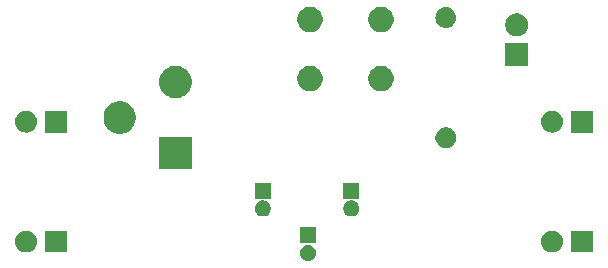
<source format=gbs>
G04 #@! TF.GenerationSoftware,KiCad,Pcbnew,(5.1.4)-1*
G04 #@! TF.CreationDate,2020-03-26T20:17:56-03:00*
G04 #@! TF.ProjectId,Protoboard-power,50726f74-6f62-46f6-9172-642d706f7765,rev?*
G04 #@! TF.SameCoordinates,Original*
G04 #@! TF.FileFunction,Soldermask,Bot*
G04 #@! TF.FilePolarity,Negative*
%FSLAX46Y46*%
G04 Gerber Fmt 4.6, Leading zero omitted, Abs format (unit mm)*
G04 Created by KiCad (PCBNEW (5.1.4)-1) date 2020-03-26 20:17:56*
%MOMM*%
%LPD*%
G04 APERTURE LIST*
%ADD10C,0.100000*%
G04 APERTURE END LIST*
D10*
G36*
X127022241Y-89624786D02*
G01*
X127145301Y-89675759D01*
X127256054Y-89749762D01*
X127350238Y-89843946D01*
X127424241Y-89954699D01*
X127475214Y-90077759D01*
X127501200Y-90208400D01*
X127501200Y-90341600D01*
X127475214Y-90472241D01*
X127424241Y-90595301D01*
X127350238Y-90706054D01*
X127256054Y-90800238D01*
X127145301Y-90874241D01*
X127022241Y-90925214D01*
X126891600Y-90951200D01*
X126758400Y-90951200D01*
X126627759Y-90925214D01*
X126504699Y-90874241D01*
X126393946Y-90800238D01*
X126299762Y-90706054D01*
X126225759Y-90595301D01*
X126174786Y-90472241D01*
X126148800Y-90341600D01*
X126148800Y-90208400D01*
X126174786Y-90077759D01*
X126225759Y-89954699D01*
X126299762Y-89843946D01*
X126393946Y-89749762D01*
X126504699Y-89675759D01*
X126627759Y-89624786D01*
X126758400Y-89598800D01*
X126891600Y-89598800D01*
X127022241Y-89624786D01*
X127022241Y-89624786D01*
G37*
G36*
X147691563Y-88387201D02*
G01*
X147691566Y-88387202D01*
X147691567Y-88387202D01*
X147732501Y-88399619D01*
X147866155Y-88440162D01*
X147946607Y-88483165D01*
X148027059Y-88526167D01*
X148027061Y-88526168D01*
X148027060Y-88526168D01*
X148168091Y-88641909D01*
X148283832Y-88782940D01*
X148369838Y-88943845D01*
X148422799Y-89118437D01*
X148440682Y-89300000D01*
X148422799Y-89481563D01*
X148369838Y-89656155D01*
X148369837Y-89656156D01*
X148283833Y-89817059D01*
X148168091Y-89958091D01*
X148027059Y-90073833D01*
X147946608Y-90116835D01*
X147866155Y-90159838D01*
X147732501Y-90200381D01*
X147691567Y-90212798D01*
X147691566Y-90212798D01*
X147691563Y-90212799D01*
X147555501Y-90226200D01*
X147464499Y-90226200D01*
X147328437Y-90212799D01*
X147328434Y-90212798D01*
X147328433Y-90212798D01*
X147287499Y-90200381D01*
X147153845Y-90159838D01*
X147073393Y-90116835D01*
X146992941Y-90073833D01*
X146851909Y-89958091D01*
X146736167Y-89817059D01*
X146650163Y-89656156D01*
X146650162Y-89656155D01*
X146597201Y-89481563D01*
X146579318Y-89300000D01*
X146597201Y-89118437D01*
X146650162Y-88943845D01*
X146736168Y-88782940D01*
X146851909Y-88641909D01*
X146992940Y-88526168D01*
X146992939Y-88526168D01*
X146992941Y-88526167D01*
X147073393Y-88483165D01*
X147153845Y-88440162D01*
X147287499Y-88399619D01*
X147328433Y-88387202D01*
X147328434Y-88387202D01*
X147328437Y-88387201D01*
X147464499Y-88373800D01*
X147555501Y-88373800D01*
X147691563Y-88387201D01*
X147691563Y-88387201D01*
G37*
G36*
X103141563Y-88387201D02*
G01*
X103141566Y-88387202D01*
X103141567Y-88387202D01*
X103182501Y-88399619D01*
X103316155Y-88440162D01*
X103396607Y-88483165D01*
X103477059Y-88526167D01*
X103477061Y-88526168D01*
X103477060Y-88526168D01*
X103618091Y-88641909D01*
X103733832Y-88782940D01*
X103819838Y-88943845D01*
X103872799Y-89118437D01*
X103890682Y-89300000D01*
X103872799Y-89481563D01*
X103819838Y-89656155D01*
X103819837Y-89656156D01*
X103733833Y-89817059D01*
X103618091Y-89958091D01*
X103477059Y-90073833D01*
X103396608Y-90116835D01*
X103316155Y-90159838D01*
X103182501Y-90200381D01*
X103141567Y-90212798D01*
X103141566Y-90212798D01*
X103141563Y-90212799D01*
X103005501Y-90226200D01*
X102914499Y-90226200D01*
X102778437Y-90212799D01*
X102778434Y-90212798D01*
X102778433Y-90212798D01*
X102737499Y-90200381D01*
X102603845Y-90159838D01*
X102523393Y-90116835D01*
X102442941Y-90073833D01*
X102301909Y-89958091D01*
X102186167Y-89817059D01*
X102100163Y-89656156D01*
X102100162Y-89656155D01*
X102047201Y-89481563D01*
X102029318Y-89300000D01*
X102047201Y-89118437D01*
X102100162Y-88943845D01*
X102186168Y-88782940D01*
X102301909Y-88641909D01*
X102442940Y-88526168D01*
X102442939Y-88526168D01*
X102442941Y-88526167D01*
X102523393Y-88483165D01*
X102603845Y-88440162D01*
X102737499Y-88399619D01*
X102778433Y-88387202D01*
X102778434Y-88387202D01*
X102778437Y-88387201D01*
X102914499Y-88373800D01*
X103005501Y-88373800D01*
X103141563Y-88387201D01*
X103141563Y-88387201D01*
G37*
G36*
X106426200Y-90226200D02*
G01*
X104573800Y-90226200D01*
X104573800Y-88373800D01*
X106426200Y-88373800D01*
X106426200Y-90226200D01*
X106426200Y-90226200D01*
G37*
G36*
X150976200Y-90226200D02*
G01*
X149123800Y-90226200D01*
X149123800Y-88373800D01*
X150976200Y-88373800D01*
X150976200Y-90226200D01*
X150976200Y-90226200D01*
G37*
G36*
X127501200Y-89451200D02*
G01*
X126148800Y-89451200D01*
X126148800Y-88098800D01*
X127501200Y-88098800D01*
X127501200Y-89451200D01*
X127501200Y-89451200D01*
G37*
G36*
X130697241Y-85849786D02*
G01*
X130820301Y-85900759D01*
X130931054Y-85974762D01*
X131025238Y-86068946D01*
X131099241Y-86179699D01*
X131150214Y-86302759D01*
X131176200Y-86433400D01*
X131176200Y-86566600D01*
X131150214Y-86697241D01*
X131099241Y-86820301D01*
X131025238Y-86931054D01*
X130931054Y-87025238D01*
X130820301Y-87099241D01*
X130697241Y-87150214D01*
X130566600Y-87176200D01*
X130433400Y-87176200D01*
X130302759Y-87150214D01*
X130179699Y-87099241D01*
X130068946Y-87025238D01*
X129974762Y-86931054D01*
X129900759Y-86820301D01*
X129849786Y-86697241D01*
X129823800Y-86566600D01*
X129823800Y-86433400D01*
X129849786Y-86302759D01*
X129900759Y-86179699D01*
X129974762Y-86068946D01*
X130068946Y-85974762D01*
X130179699Y-85900759D01*
X130302759Y-85849786D01*
X130433400Y-85823800D01*
X130566600Y-85823800D01*
X130697241Y-85849786D01*
X130697241Y-85849786D01*
G37*
G36*
X123197241Y-85849786D02*
G01*
X123320301Y-85900759D01*
X123431054Y-85974762D01*
X123525238Y-86068946D01*
X123599241Y-86179699D01*
X123650214Y-86302759D01*
X123676200Y-86433400D01*
X123676200Y-86566600D01*
X123650214Y-86697241D01*
X123599241Y-86820301D01*
X123525238Y-86931054D01*
X123431054Y-87025238D01*
X123320301Y-87099241D01*
X123197241Y-87150214D01*
X123066600Y-87176200D01*
X122933400Y-87176200D01*
X122802759Y-87150214D01*
X122679699Y-87099241D01*
X122568946Y-87025238D01*
X122474762Y-86931054D01*
X122400759Y-86820301D01*
X122349786Y-86697241D01*
X122323800Y-86566600D01*
X122323800Y-86433400D01*
X122349786Y-86302759D01*
X122400759Y-86179699D01*
X122474762Y-86068946D01*
X122568946Y-85974762D01*
X122679699Y-85900759D01*
X122802759Y-85849786D01*
X122933400Y-85823800D01*
X123066600Y-85823800D01*
X123197241Y-85849786D01*
X123197241Y-85849786D01*
G37*
G36*
X123676200Y-85676200D02*
G01*
X122323800Y-85676200D01*
X122323800Y-84323800D01*
X123676200Y-84323800D01*
X123676200Y-85676200D01*
X123676200Y-85676200D01*
G37*
G36*
X131176200Y-85676200D02*
G01*
X129823800Y-85676200D01*
X129823800Y-84323800D01*
X131176200Y-84323800D01*
X131176200Y-85676200D01*
X131176200Y-85676200D01*
G37*
G36*
X116976200Y-83176200D02*
G01*
X114223800Y-83176200D01*
X114223800Y-80423800D01*
X116976200Y-80423800D01*
X116976200Y-83176200D01*
X116976200Y-83176200D01*
G37*
G36*
X138755578Y-79657471D02*
G01*
X138915037Y-79723521D01*
X139058545Y-79819411D01*
X139180589Y-79941455D01*
X139276479Y-80084963D01*
X139342529Y-80244422D01*
X139376200Y-80413702D01*
X139376200Y-80586298D01*
X139342529Y-80755578D01*
X139276479Y-80915037D01*
X139180589Y-81058545D01*
X139058545Y-81180589D01*
X138915037Y-81276479D01*
X138755578Y-81342529D01*
X138586298Y-81376200D01*
X138413702Y-81376200D01*
X138244422Y-81342529D01*
X138084963Y-81276479D01*
X137941455Y-81180589D01*
X137819411Y-81058545D01*
X137723521Y-80915037D01*
X137657471Y-80755578D01*
X137623800Y-80586298D01*
X137623800Y-80413702D01*
X137657471Y-80244422D01*
X137723521Y-80084963D01*
X137819411Y-79941455D01*
X137941455Y-79819411D01*
X138084963Y-79723521D01*
X138244422Y-79657471D01*
X138413702Y-79623800D01*
X138586298Y-79623800D01*
X138755578Y-79657471D01*
X138755578Y-79657471D01*
G37*
G36*
X111301423Y-77476686D02*
G01*
X111551876Y-77580427D01*
X111777278Y-77731036D01*
X111968964Y-77922722D01*
X112119573Y-78148124D01*
X112223314Y-78398577D01*
X112276200Y-78664456D01*
X112276200Y-78935544D01*
X112223314Y-79201423D01*
X112119573Y-79451876D01*
X111968964Y-79677278D01*
X111777278Y-79868964D01*
X111551876Y-80019573D01*
X111394003Y-80084966D01*
X111301423Y-80123314D01*
X111035544Y-80176200D01*
X110764456Y-80176200D01*
X110498577Y-80123314D01*
X110405997Y-80084966D01*
X110248124Y-80019573D01*
X110022722Y-79868964D01*
X109831036Y-79677278D01*
X109680427Y-79451876D01*
X109576686Y-79201423D01*
X109523800Y-78935544D01*
X109523800Y-78664456D01*
X109576686Y-78398577D01*
X109680427Y-78148124D01*
X109831036Y-77922722D01*
X110022722Y-77731036D01*
X110248124Y-77580427D01*
X110498577Y-77476686D01*
X110764456Y-77423800D01*
X111035544Y-77423800D01*
X111301423Y-77476686D01*
X111301423Y-77476686D01*
G37*
G36*
X147691563Y-78237201D02*
G01*
X147691566Y-78237202D01*
X147691567Y-78237202D01*
X147732501Y-78249619D01*
X147866155Y-78290162D01*
X147946607Y-78333165D01*
X148027059Y-78376167D01*
X148168091Y-78491909D01*
X148283832Y-78632940D01*
X148369838Y-78793845D01*
X148422799Y-78968437D01*
X148440682Y-79150000D01*
X148422799Y-79331563D01*
X148369838Y-79506155D01*
X148369837Y-79506156D01*
X148283833Y-79667059D01*
X148168091Y-79808091D01*
X148027059Y-79923833D01*
X147994090Y-79941455D01*
X147866155Y-80009838D01*
X147732501Y-80050381D01*
X147691567Y-80062798D01*
X147691566Y-80062798D01*
X147691563Y-80062799D01*
X147555501Y-80076200D01*
X147464499Y-80076200D01*
X147328437Y-80062799D01*
X147328434Y-80062798D01*
X147328433Y-80062798D01*
X147287499Y-80050381D01*
X147153845Y-80009838D01*
X147025910Y-79941455D01*
X146992941Y-79923833D01*
X146851909Y-79808091D01*
X146736167Y-79667059D01*
X146650163Y-79506156D01*
X146650162Y-79506155D01*
X146597201Y-79331563D01*
X146579318Y-79150000D01*
X146597201Y-78968437D01*
X146650162Y-78793845D01*
X146736168Y-78632940D01*
X146851909Y-78491909D01*
X146992941Y-78376167D01*
X147073393Y-78333165D01*
X147153845Y-78290162D01*
X147287499Y-78249619D01*
X147328433Y-78237202D01*
X147328434Y-78237202D01*
X147328437Y-78237201D01*
X147464499Y-78223800D01*
X147555501Y-78223800D01*
X147691563Y-78237201D01*
X147691563Y-78237201D01*
G37*
G36*
X103141563Y-78237201D02*
G01*
X103141566Y-78237202D01*
X103141567Y-78237202D01*
X103182501Y-78249619D01*
X103316155Y-78290162D01*
X103396607Y-78333165D01*
X103477059Y-78376167D01*
X103618091Y-78491909D01*
X103733832Y-78632940D01*
X103819838Y-78793845D01*
X103872799Y-78968437D01*
X103890682Y-79150000D01*
X103872799Y-79331563D01*
X103819838Y-79506155D01*
X103819837Y-79506156D01*
X103733833Y-79667059D01*
X103618091Y-79808091D01*
X103477059Y-79923833D01*
X103444090Y-79941455D01*
X103316155Y-80009838D01*
X103182501Y-80050381D01*
X103141567Y-80062798D01*
X103141566Y-80062798D01*
X103141563Y-80062799D01*
X103005501Y-80076200D01*
X102914499Y-80076200D01*
X102778437Y-80062799D01*
X102778434Y-80062798D01*
X102778433Y-80062798D01*
X102737499Y-80050381D01*
X102603845Y-80009838D01*
X102475910Y-79941455D01*
X102442941Y-79923833D01*
X102301909Y-79808091D01*
X102186167Y-79667059D01*
X102100163Y-79506156D01*
X102100162Y-79506155D01*
X102047201Y-79331563D01*
X102029318Y-79150000D01*
X102047201Y-78968437D01*
X102100162Y-78793845D01*
X102186168Y-78632940D01*
X102301909Y-78491909D01*
X102442941Y-78376167D01*
X102523393Y-78333165D01*
X102603845Y-78290162D01*
X102737499Y-78249619D01*
X102778433Y-78237202D01*
X102778434Y-78237202D01*
X102778437Y-78237201D01*
X102914499Y-78223800D01*
X103005501Y-78223800D01*
X103141563Y-78237201D01*
X103141563Y-78237201D01*
G37*
G36*
X106426200Y-80076200D02*
G01*
X104573800Y-80076200D01*
X104573800Y-78223800D01*
X106426200Y-78223800D01*
X106426200Y-80076200D01*
X106426200Y-80076200D01*
G37*
G36*
X150976200Y-80076200D02*
G01*
X149123800Y-80076200D01*
X149123800Y-78223800D01*
X150976200Y-78223800D01*
X150976200Y-80076200D01*
X150976200Y-80076200D01*
G37*
G36*
X116001423Y-74476686D02*
G01*
X116251876Y-74580427D01*
X116477278Y-74731036D01*
X116668964Y-74922722D01*
X116819573Y-75148124D01*
X116923314Y-75398577D01*
X116976200Y-75664456D01*
X116976200Y-75935544D01*
X116923314Y-76201423D01*
X116819573Y-76451876D01*
X116668964Y-76677278D01*
X116477278Y-76868964D01*
X116251876Y-77019573D01*
X116001423Y-77123314D01*
X115735544Y-77176200D01*
X115464456Y-77176200D01*
X115198577Y-77123314D01*
X114948124Y-77019573D01*
X114722722Y-76868964D01*
X114531036Y-76677278D01*
X114380427Y-76451876D01*
X114276686Y-76201423D01*
X114223800Y-75935544D01*
X114223800Y-75664456D01*
X114276686Y-75398577D01*
X114380427Y-75148124D01*
X114531036Y-74922722D01*
X114722722Y-74731036D01*
X114948124Y-74580427D01*
X115198577Y-74476686D01*
X115464456Y-74423800D01*
X115735544Y-74423800D01*
X116001423Y-74476686D01*
X116001423Y-74476686D01*
G37*
G36*
X127313916Y-74465158D02*
G01*
X127509772Y-74546284D01*
X127686039Y-74664062D01*
X127835938Y-74813961D01*
X127953716Y-74990228D01*
X128034842Y-75186084D01*
X128076200Y-75394003D01*
X128076200Y-75605997D01*
X128034842Y-75813916D01*
X127953716Y-76009772D01*
X127835938Y-76186039D01*
X127686039Y-76335938D01*
X127509772Y-76453716D01*
X127313916Y-76534842D01*
X127105997Y-76576200D01*
X126894003Y-76576200D01*
X126686084Y-76534842D01*
X126490228Y-76453716D01*
X126313961Y-76335938D01*
X126164062Y-76186039D01*
X126046284Y-76009772D01*
X125965158Y-75813916D01*
X125923800Y-75605997D01*
X125923800Y-75394003D01*
X125965158Y-75186084D01*
X126046284Y-74990228D01*
X126164062Y-74813961D01*
X126313961Y-74664062D01*
X126490228Y-74546284D01*
X126686084Y-74465158D01*
X126894003Y-74423800D01*
X127105997Y-74423800D01*
X127313916Y-74465158D01*
X127313916Y-74465158D01*
G37*
G36*
X133313916Y-74465158D02*
G01*
X133509772Y-74546284D01*
X133686039Y-74664062D01*
X133835938Y-74813961D01*
X133953716Y-74990228D01*
X134034842Y-75186084D01*
X134076200Y-75394003D01*
X134076200Y-75605997D01*
X134034842Y-75813916D01*
X133953716Y-76009772D01*
X133835938Y-76186039D01*
X133686039Y-76335938D01*
X133509772Y-76453716D01*
X133313916Y-76534842D01*
X133105997Y-76576200D01*
X132894003Y-76576200D01*
X132686084Y-76534842D01*
X132490228Y-76453716D01*
X132313961Y-76335938D01*
X132164062Y-76186039D01*
X132046284Y-76009772D01*
X131965158Y-75813916D01*
X131923800Y-75605997D01*
X131923800Y-75394003D01*
X131965158Y-75186084D01*
X132046284Y-74990228D01*
X132164062Y-74813961D01*
X132313961Y-74664062D01*
X132490228Y-74546284D01*
X132686084Y-74465158D01*
X132894003Y-74423800D01*
X133105997Y-74423800D01*
X133313916Y-74465158D01*
X133313916Y-74465158D01*
G37*
G36*
X145476200Y-74476200D02*
G01*
X143523800Y-74476200D01*
X143523800Y-72523800D01*
X145476200Y-72523800D01*
X145476200Y-74476200D01*
X145476200Y-74476200D01*
G37*
G36*
X144784747Y-70021315D02*
G01*
X144962404Y-70094902D01*
X145122293Y-70201737D01*
X145258263Y-70337707D01*
X145365098Y-70497596D01*
X145438685Y-70675253D01*
X145476200Y-70863852D01*
X145476200Y-71056148D01*
X145438685Y-71244747D01*
X145365098Y-71422404D01*
X145258263Y-71582293D01*
X145122293Y-71718263D01*
X144962404Y-71825098D01*
X144784747Y-71898685D01*
X144596148Y-71936200D01*
X144403852Y-71936200D01*
X144215253Y-71898685D01*
X144037596Y-71825098D01*
X143877707Y-71718263D01*
X143741737Y-71582293D01*
X143634902Y-71422404D01*
X143561315Y-71244747D01*
X143523800Y-71056148D01*
X143523800Y-70863852D01*
X143561315Y-70675253D01*
X143634902Y-70497596D01*
X143741737Y-70337707D01*
X143877707Y-70201737D01*
X144037596Y-70094902D01*
X144215253Y-70021315D01*
X144403852Y-69983800D01*
X144596148Y-69983800D01*
X144784747Y-70021315D01*
X144784747Y-70021315D01*
G37*
G36*
X127313916Y-69465158D02*
G01*
X127509772Y-69546284D01*
X127686039Y-69664062D01*
X127835938Y-69813961D01*
X127953716Y-69990228D01*
X128034842Y-70186084D01*
X128076200Y-70394003D01*
X128076200Y-70605997D01*
X128034842Y-70813916D01*
X127953716Y-71009772D01*
X127835938Y-71186039D01*
X127686039Y-71335938D01*
X127509772Y-71453716D01*
X127313916Y-71534842D01*
X127105997Y-71576200D01*
X126894003Y-71576200D01*
X126686084Y-71534842D01*
X126490228Y-71453716D01*
X126313961Y-71335938D01*
X126164062Y-71186039D01*
X126046284Y-71009772D01*
X125965158Y-70813916D01*
X125923800Y-70605997D01*
X125923800Y-70394003D01*
X125965158Y-70186084D01*
X126046284Y-69990228D01*
X126164062Y-69813961D01*
X126313961Y-69664062D01*
X126490228Y-69546284D01*
X126686084Y-69465158D01*
X126894003Y-69423800D01*
X127105997Y-69423800D01*
X127313916Y-69465158D01*
X127313916Y-69465158D01*
G37*
G36*
X133313916Y-69465158D02*
G01*
X133509772Y-69546284D01*
X133686039Y-69664062D01*
X133835938Y-69813961D01*
X133953716Y-69990228D01*
X134034842Y-70186084D01*
X134076200Y-70394003D01*
X134076200Y-70605997D01*
X134034842Y-70813916D01*
X133953716Y-71009772D01*
X133835938Y-71186039D01*
X133686039Y-71335938D01*
X133509772Y-71453716D01*
X133313916Y-71534842D01*
X133105997Y-71576200D01*
X132894003Y-71576200D01*
X132686084Y-71534842D01*
X132490228Y-71453716D01*
X132313961Y-71335938D01*
X132164062Y-71186039D01*
X132046284Y-71009772D01*
X131965158Y-70813916D01*
X131923800Y-70605997D01*
X131923800Y-70394003D01*
X131965158Y-70186084D01*
X132046284Y-69990228D01*
X132164062Y-69813961D01*
X132313961Y-69664062D01*
X132490228Y-69546284D01*
X132686084Y-69465158D01*
X132894003Y-69423800D01*
X133105997Y-69423800D01*
X133313916Y-69465158D01*
X133313916Y-69465158D01*
G37*
G36*
X138671762Y-69476477D02*
G01*
X138671765Y-69476478D01*
X138836929Y-69526580D01*
X138873792Y-69546284D01*
X138989145Y-69607941D01*
X139122565Y-69717435D01*
X139232058Y-69850854D01*
X139313420Y-70003071D01*
X139341277Y-70094903D01*
X139363523Y-70168238D01*
X139380440Y-70340000D01*
X139363523Y-70511762D01*
X139363522Y-70511765D01*
X139313420Y-70676929D01*
X139313419Y-70676930D01*
X139232059Y-70829145D01*
X139122565Y-70962565D01*
X138989145Y-71072059D01*
X138913038Y-71112739D01*
X138836929Y-71153420D01*
X138690651Y-71197793D01*
X138671762Y-71203523D01*
X138543047Y-71216200D01*
X138456953Y-71216200D01*
X138328238Y-71203523D01*
X138309349Y-71197793D01*
X138163071Y-71153420D01*
X138086962Y-71112739D01*
X138010855Y-71072059D01*
X137877435Y-70962565D01*
X137767941Y-70829145D01*
X137686581Y-70676930D01*
X137686580Y-70676929D01*
X137636478Y-70511765D01*
X137636477Y-70511762D01*
X137619560Y-70340000D01*
X137636477Y-70168238D01*
X137658723Y-70094903D01*
X137686580Y-70003071D01*
X137767942Y-69850854D01*
X137877435Y-69717435D01*
X138010855Y-69607941D01*
X138126208Y-69546284D01*
X138163071Y-69526580D01*
X138328235Y-69476478D01*
X138328238Y-69476477D01*
X138456953Y-69463800D01*
X138543047Y-69463800D01*
X138671762Y-69476477D01*
X138671762Y-69476477D01*
G37*
M02*

</source>
